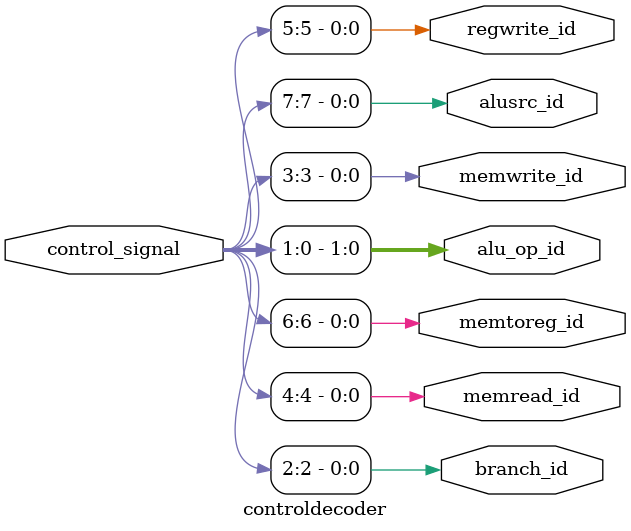
<source format=v>
module controlunit
  (
    input wire [6:0] opcode_id,
    output wire [7:0] controlunit_out
  );
  assign controlunit_out = 
  (opcode_id == 7'b0000000) ? 8'b00000000 :             //nop
  (opcode_id == 7'b0010011) ? 8'b10100000 :             //addi
  (opcode_id == 7'b0110011) ? 8'b00100010 :             //add, sub
  (opcode_id == 7'b0000011) ? 8'b11110000 :             //lw
  (opcode_id == 7'b0100011) ? 8'b10001000 :             //sw
  (opcode_id == 7'b1100011) ? 8'b00000101 :             //beq
  (opcode_id == 7'b1010011) ? 8'b00100011 :             //fpu
  8'b0;
  


endmodule

module controldecoder
  (
    input wire [7:0] control_signal,
    output wire branch_id,
    output wire memread_id,
    output wire memtoreg_id,
    output wire [1:0] alu_op_id,
    output wire memwrite_id,
    output wire alusrc_id,
    output wire regwrite_id
  );
  assign alusrc_id = control_signal[7];
  assign memtoreg_id = control_signal[6];
  assign regwrite_id = control_signal[5];
  assign memread_id = control_signal[4];
  assign memwrite_id = control_signal[3];
  assign branch_id = control_signal[2];
  assign alu_op_id = control_signal[1:0];

endmodule
</source>
